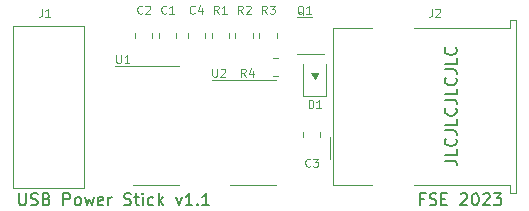
<source format=gbr>
%TF.GenerationSoftware,KiCad,Pcbnew,7.0.2*%
%TF.CreationDate,2023-05-26T00:25:00+02:00*%
%TF.ProjectId,usb-power-stick,7573622d-706f-4776-9572-2d737469636b,rev?*%
%TF.SameCoordinates,Original*%
%TF.FileFunction,Legend,Top*%
%TF.FilePolarity,Positive*%
%FSLAX46Y46*%
G04 Gerber Fmt 4.6, Leading zero omitted, Abs format (unit mm)*
G04 Created by KiCad (PCBNEW 7.0.2) date 2023-05-26 00:25:00*
%MOMM*%
%LPD*%
G01*
G04 APERTURE LIST*
%ADD10C,0.100000*%
%ADD11C,0.150000*%
%ADD12C,0.120000*%
G04 APERTURE END LIST*
D10*
X149491666Y-108980300D02*
X149491666Y-108946966D01*
X149458333Y-109046966D02*
X149458333Y-108946966D01*
X149424999Y-109113633D02*
X149424999Y-108946966D01*
X149391666Y-109180300D02*
X149391666Y-108946966D01*
X149358333Y-109213633D02*
X149358333Y-108946966D01*
X149324999Y-109280300D02*
X149324999Y-108946966D01*
X149291666Y-109346966D02*
X149291666Y-108946966D01*
X149258333Y-109413633D02*
X149258333Y-108946966D01*
X149224999Y-109480300D02*
X149224999Y-108946966D01*
X149191666Y-109413633D02*
X149191666Y-108946966D01*
X149158333Y-109346966D02*
X149158333Y-108946966D01*
X149124999Y-109280300D02*
X149124999Y-108946966D01*
X149091666Y-109213633D02*
X149091666Y-108946966D01*
X149058333Y-109180300D02*
X149058333Y-108946966D01*
X149024999Y-109113633D02*
X149024999Y-108946966D01*
X148991666Y-109046966D02*
X148991666Y-108946966D01*
X148958333Y-108946966D02*
X149224999Y-109446966D01*
X149224999Y-109446966D02*
X149491666Y-108946966D01*
X148958333Y-108980300D02*
X148958333Y-108946966D01*
X149224999Y-109480300D02*
X148924999Y-108946966D01*
X148924999Y-108946966D02*
X149524999Y-108946966D01*
X149524999Y-108946966D02*
X149224999Y-109480300D01*
D11*
X124193190Y-119152619D02*
X124193190Y-119962142D01*
X124193190Y-119962142D02*
X124240809Y-120057380D01*
X124240809Y-120057380D02*
X124288428Y-120105000D01*
X124288428Y-120105000D02*
X124383666Y-120152619D01*
X124383666Y-120152619D02*
X124574142Y-120152619D01*
X124574142Y-120152619D02*
X124669380Y-120105000D01*
X124669380Y-120105000D02*
X124716999Y-120057380D01*
X124716999Y-120057380D02*
X124764618Y-119962142D01*
X124764618Y-119962142D02*
X124764618Y-119152619D01*
X125193190Y-120105000D02*
X125336047Y-120152619D01*
X125336047Y-120152619D02*
X125574142Y-120152619D01*
X125574142Y-120152619D02*
X125669380Y-120105000D01*
X125669380Y-120105000D02*
X125716999Y-120057380D01*
X125716999Y-120057380D02*
X125764618Y-119962142D01*
X125764618Y-119962142D02*
X125764618Y-119866904D01*
X125764618Y-119866904D02*
X125716999Y-119771666D01*
X125716999Y-119771666D02*
X125669380Y-119724047D01*
X125669380Y-119724047D02*
X125574142Y-119676428D01*
X125574142Y-119676428D02*
X125383666Y-119628809D01*
X125383666Y-119628809D02*
X125288428Y-119581190D01*
X125288428Y-119581190D02*
X125240809Y-119533571D01*
X125240809Y-119533571D02*
X125193190Y-119438333D01*
X125193190Y-119438333D02*
X125193190Y-119343095D01*
X125193190Y-119343095D02*
X125240809Y-119247857D01*
X125240809Y-119247857D02*
X125288428Y-119200238D01*
X125288428Y-119200238D02*
X125383666Y-119152619D01*
X125383666Y-119152619D02*
X125621761Y-119152619D01*
X125621761Y-119152619D02*
X125764618Y-119200238D01*
X126526523Y-119628809D02*
X126669380Y-119676428D01*
X126669380Y-119676428D02*
X126716999Y-119724047D01*
X126716999Y-119724047D02*
X126764618Y-119819285D01*
X126764618Y-119819285D02*
X126764618Y-119962142D01*
X126764618Y-119962142D02*
X126716999Y-120057380D01*
X126716999Y-120057380D02*
X126669380Y-120105000D01*
X126669380Y-120105000D02*
X126574142Y-120152619D01*
X126574142Y-120152619D02*
X126193190Y-120152619D01*
X126193190Y-120152619D02*
X126193190Y-119152619D01*
X126193190Y-119152619D02*
X126526523Y-119152619D01*
X126526523Y-119152619D02*
X126621761Y-119200238D01*
X126621761Y-119200238D02*
X126669380Y-119247857D01*
X126669380Y-119247857D02*
X126716999Y-119343095D01*
X126716999Y-119343095D02*
X126716999Y-119438333D01*
X126716999Y-119438333D02*
X126669380Y-119533571D01*
X126669380Y-119533571D02*
X126621761Y-119581190D01*
X126621761Y-119581190D02*
X126526523Y-119628809D01*
X126526523Y-119628809D02*
X126193190Y-119628809D01*
X127955095Y-120152619D02*
X127955095Y-119152619D01*
X127955095Y-119152619D02*
X128336047Y-119152619D01*
X128336047Y-119152619D02*
X128431285Y-119200238D01*
X128431285Y-119200238D02*
X128478904Y-119247857D01*
X128478904Y-119247857D02*
X128526523Y-119343095D01*
X128526523Y-119343095D02*
X128526523Y-119485952D01*
X128526523Y-119485952D02*
X128478904Y-119581190D01*
X128478904Y-119581190D02*
X128431285Y-119628809D01*
X128431285Y-119628809D02*
X128336047Y-119676428D01*
X128336047Y-119676428D02*
X127955095Y-119676428D01*
X129097952Y-120152619D02*
X129002714Y-120105000D01*
X129002714Y-120105000D02*
X128955095Y-120057380D01*
X128955095Y-120057380D02*
X128907476Y-119962142D01*
X128907476Y-119962142D02*
X128907476Y-119676428D01*
X128907476Y-119676428D02*
X128955095Y-119581190D01*
X128955095Y-119581190D02*
X129002714Y-119533571D01*
X129002714Y-119533571D02*
X129097952Y-119485952D01*
X129097952Y-119485952D02*
X129240809Y-119485952D01*
X129240809Y-119485952D02*
X129336047Y-119533571D01*
X129336047Y-119533571D02*
X129383666Y-119581190D01*
X129383666Y-119581190D02*
X129431285Y-119676428D01*
X129431285Y-119676428D02*
X129431285Y-119962142D01*
X129431285Y-119962142D02*
X129383666Y-120057380D01*
X129383666Y-120057380D02*
X129336047Y-120105000D01*
X129336047Y-120105000D02*
X129240809Y-120152619D01*
X129240809Y-120152619D02*
X129097952Y-120152619D01*
X129764619Y-119485952D02*
X129955095Y-120152619D01*
X129955095Y-120152619D02*
X130145571Y-119676428D01*
X130145571Y-119676428D02*
X130336047Y-120152619D01*
X130336047Y-120152619D02*
X130526523Y-119485952D01*
X131288428Y-120105000D02*
X131193190Y-120152619D01*
X131193190Y-120152619D02*
X131002714Y-120152619D01*
X131002714Y-120152619D02*
X130907476Y-120105000D01*
X130907476Y-120105000D02*
X130859857Y-120009761D01*
X130859857Y-120009761D02*
X130859857Y-119628809D01*
X130859857Y-119628809D02*
X130907476Y-119533571D01*
X130907476Y-119533571D02*
X131002714Y-119485952D01*
X131002714Y-119485952D02*
X131193190Y-119485952D01*
X131193190Y-119485952D02*
X131288428Y-119533571D01*
X131288428Y-119533571D02*
X131336047Y-119628809D01*
X131336047Y-119628809D02*
X131336047Y-119724047D01*
X131336047Y-119724047D02*
X130859857Y-119819285D01*
X131764619Y-120152619D02*
X131764619Y-119485952D01*
X131764619Y-119676428D02*
X131812238Y-119581190D01*
X131812238Y-119581190D02*
X131859857Y-119533571D01*
X131859857Y-119533571D02*
X131955095Y-119485952D01*
X131955095Y-119485952D02*
X132050333Y-119485952D01*
X133097953Y-120105000D02*
X133240810Y-120152619D01*
X133240810Y-120152619D02*
X133478905Y-120152619D01*
X133478905Y-120152619D02*
X133574143Y-120105000D01*
X133574143Y-120105000D02*
X133621762Y-120057380D01*
X133621762Y-120057380D02*
X133669381Y-119962142D01*
X133669381Y-119962142D02*
X133669381Y-119866904D01*
X133669381Y-119866904D02*
X133621762Y-119771666D01*
X133621762Y-119771666D02*
X133574143Y-119724047D01*
X133574143Y-119724047D02*
X133478905Y-119676428D01*
X133478905Y-119676428D02*
X133288429Y-119628809D01*
X133288429Y-119628809D02*
X133193191Y-119581190D01*
X133193191Y-119581190D02*
X133145572Y-119533571D01*
X133145572Y-119533571D02*
X133097953Y-119438333D01*
X133097953Y-119438333D02*
X133097953Y-119343095D01*
X133097953Y-119343095D02*
X133145572Y-119247857D01*
X133145572Y-119247857D02*
X133193191Y-119200238D01*
X133193191Y-119200238D02*
X133288429Y-119152619D01*
X133288429Y-119152619D02*
X133526524Y-119152619D01*
X133526524Y-119152619D02*
X133669381Y-119200238D01*
X133955096Y-119485952D02*
X134336048Y-119485952D01*
X134097953Y-119152619D02*
X134097953Y-120009761D01*
X134097953Y-120009761D02*
X134145572Y-120105000D01*
X134145572Y-120105000D02*
X134240810Y-120152619D01*
X134240810Y-120152619D02*
X134336048Y-120152619D01*
X134669382Y-120152619D02*
X134669382Y-119485952D01*
X134669382Y-119152619D02*
X134621763Y-119200238D01*
X134621763Y-119200238D02*
X134669382Y-119247857D01*
X134669382Y-119247857D02*
X134717001Y-119200238D01*
X134717001Y-119200238D02*
X134669382Y-119152619D01*
X134669382Y-119152619D02*
X134669382Y-119247857D01*
X135574143Y-120105000D02*
X135478905Y-120152619D01*
X135478905Y-120152619D02*
X135288429Y-120152619D01*
X135288429Y-120152619D02*
X135193191Y-120105000D01*
X135193191Y-120105000D02*
X135145572Y-120057380D01*
X135145572Y-120057380D02*
X135097953Y-119962142D01*
X135097953Y-119962142D02*
X135097953Y-119676428D01*
X135097953Y-119676428D02*
X135145572Y-119581190D01*
X135145572Y-119581190D02*
X135193191Y-119533571D01*
X135193191Y-119533571D02*
X135288429Y-119485952D01*
X135288429Y-119485952D02*
X135478905Y-119485952D01*
X135478905Y-119485952D02*
X135574143Y-119533571D01*
X136002715Y-120152619D02*
X136002715Y-119152619D01*
X136097953Y-119771666D02*
X136383667Y-120152619D01*
X136383667Y-119485952D02*
X136002715Y-119866904D01*
X137478906Y-119485952D02*
X137717001Y-120152619D01*
X137717001Y-120152619D02*
X137955096Y-119485952D01*
X138859858Y-120152619D02*
X138288430Y-120152619D01*
X138574144Y-120152619D02*
X138574144Y-119152619D01*
X138574144Y-119152619D02*
X138478906Y-119295476D01*
X138478906Y-119295476D02*
X138383668Y-119390714D01*
X138383668Y-119390714D02*
X138288430Y-119438333D01*
X139288430Y-120057380D02*
X139336049Y-120105000D01*
X139336049Y-120105000D02*
X139288430Y-120152619D01*
X139288430Y-120152619D02*
X139240811Y-120105000D01*
X139240811Y-120105000D02*
X139288430Y-120057380D01*
X139288430Y-120057380D02*
X139288430Y-120152619D01*
X140288429Y-120152619D02*
X139717001Y-120152619D01*
X140002715Y-120152619D02*
X140002715Y-119152619D01*
X140002715Y-119152619D02*
X139907477Y-119295476D01*
X139907477Y-119295476D02*
X139812239Y-119390714D01*
X139812239Y-119390714D02*
X139717001Y-119438333D01*
X160244619Y-116379048D02*
X160958904Y-116379048D01*
X160958904Y-116379048D02*
X161101761Y-116426667D01*
X161101761Y-116426667D02*
X161197000Y-116521905D01*
X161197000Y-116521905D02*
X161244619Y-116664762D01*
X161244619Y-116664762D02*
X161244619Y-116760000D01*
X161244619Y-115426667D02*
X161244619Y-115902857D01*
X161244619Y-115902857D02*
X160244619Y-115902857D01*
X161149380Y-114521905D02*
X161197000Y-114569524D01*
X161197000Y-114569524D02*
X161244619Y-114712381D01*
X161244619Y-114712381D02*
X161244619Y-114807619D01*
X161244619Y-114807619D02*
X161197000Y-114950476D01*
X161197000Y-114950476D02*
X161101761Y-115045714D01*
X161101761Y-115045714D02*
X161006523Y-115093333D01*
X161006523Y-115093333D02*
X160816047Y-115140952D01*
X160816047Y-115140952D02*
X160673190Y-115140952D01*
X160673190Y-115140952D02*
X160482714Y-115093333D01*
X160482714Y-115093333D02*
X160387476Y-115045714D01*
X160387476Y-115045714D02*
X160292238Y-114950476D01*
X160292238Y-114950476D02*
X160244619Y-114807619D01*
X160244619Y-114807619D02*
X160244619Y-114712381D01*
X160244619Y-114712381D02*
X160292238Y-114569524D01*
X160292238Y-114569524D02*
X160339857Y-114521905D01*
X160244619Y-113807619D02*
X160958904Y-113807619D01*
X160958904Y-113807619D02*
X161101761Y-113855238D01*
X161101761Y-113855238D02*
X161197000Y-113950476D01*
X161197000Y-113950476D02*
X161244619Y-114093333D01*
X161244619Y-114093333D02*
X161244619Y-114188571D01*
X161244619Y-112855238D02*
X161244619Y-113331428D01*
X161244619Y-113331428D02*
X160244619Y-113331428D01*
X161149380Y-111950476D02*
X161197000Y-111998095D01*
X161197000Y-111998095D02*
X161244619Y-112140952D01*
X161244619Y-112140952D02*
X161244619Y-112236190D01*
X161244619Y-112236190D02*
X161197000Y-112379047D01*
X161197000Y-112379047D02*
X161101761Y-112474285D01*
X161101761Y-112474285D02*
X161006523Y-112521904D01*
X161006523Y-112521904D02*
X160816047Y-112569523D01*
X160816047Y-112569523D02*
X160673190Y-112569523D01*
X160673190Y-112569523D02*
X160482714Y-112521904D01*
X160482714Y-112521904D02*
X160387476Y-112474285D01*
X160387476Y-112474285D02*
X160292238Y-112379047D01*
X160292238Y-112379047D02*
X160244619Y-112236190D01*
X160244619Y-112236190D02*
X160244619Y-112140952D01*
X160244619Y-112140952D02*
X160292238Y-111998095D01*
X160292238Y-111998095D02*
X160339857Y-111950476D01*
X160244619Y-111236190D02*
X160958904Y-111236190D01*
X160958904Y-111236190D02*
X161101761Y-111283809D01*
X161101761Y-111283809D02*
X161197000Y-111379047D01*
X161197000Y-111379047D02*
X161244619Y-111521904D01*
X161244619Y-111521904D02*
X161244619Y-111617142D01*
X161244619Y-110283809D02*
X161244619Y-110759999D01*
X161244619Y-110759999D02*
X160244619Y-110759999D01*
X161149380Y-109379047D02*
X161197000Y-109426666D01*
X161197000Y-109426666D02*
X161244619Y-109569523D01*
X161244619Y-109569523D02*
X161244619Y-109664761D01*
X161244619Y-109664761D02*
X161197000Y-109807618D01*
X161197000Y-109807618D02*
X161101761Y-109902856D01*
X161101761Y-109902856D02*
X161006523Y-109950475D01*
X161006523Y-109950475D02*
X160816047Y-109998094D01*
X160816047Y-109998094D02*
X160673190Y-109998094D01*
X160673190Y-109998094D02*
X160482714Y-109950475D01*
X160482714Y-109950475D02*
X160387476Y-109902856D01*
X160387476Y-109902856D02*
X160292238Y-109807618D01*
X160292238Y-109807618D02*
X160244619Y-109664761D01*
X160244619Y-109664761D02*
X160244619Y-109569523D01*
X160244619Y-109569523D02*
X160292238Y-109426666D01*
X160292238Y-109426666D02*
X160339857Y-109379047D01*
X160244619Y-108664761D02*
X160958904Y-108664761D01*
X160958904Y-108664761D02*
X161101761Y-108712380D01*
X161101761Y-108712380D02*
X161197000Y-108807618D01*
X161197000Y-108807618D02*
X161244619Y-108950475D01*
X161244619Y-108950475D02*
X161244619Y-109045713D01*
X161244619Y-107712380D02*
X161244619Y-108188570D01*
X161244619Y-108188570D02*
X160244619Y-108188570D01*
X161149380Y-106807618D02*
X161197000Y-106855237D01*
X161197000Y-106855237D02*
X161244619Y-106998094D01*
X161244619Y-106998094D02*
X161244619Y-107093332D01*
X161244619Y-107093332D02*
X161197000Y-107236189D01*
X161197000Y-107236189D02*
X161101761Y-107331427D01*
X161101761Y-107331427D02*
X161006523Y-107379046D01*
X161006523Y-107379046D02*
X160816047Y-107426665D01*
X160816047Y-107426665D02*
X160673190Y-107426665D01*
X160673190Y-107426665D02*
X160482714Y-107379046D01*
X160482714Y-107379046D02*
X160387476Y-107331427D01*
X160387476Y-107331427D02*
X160292238Y-107236189D01*
X160292238Y-107236189D02*
X160244619Y-107093332D01*
X160244619Y-107093332D02*
X160244619Y-106998094D01*
X160244619Y-106998094D02*
X160292238Y-106855237D01*
X160292238Y-106855237D02*
X160339857Y-106807618D01*
X158482571Y-119628809D02*
X158149238Y-119628809D01*
X158149238Y-120152619D02*
X158149238Y-119152619D01*
X158149238Y-119152619D02*
X158625428Y-119152619D01*
X158958762Y-120105000D02*
X159101619Y-120152619D01*
X159101619Y-120152619D02*
X159339714Y-120152619D01*
X159339714Y-120152619D02*
X159434952Y-120105000D01*
X159434952Y-120105000D02*
X159482571Y-120057380D01*
X159482571Y-120057380D02*
X159530190Y-119962142D01*
X159530190Y-119962142D02*
X159530190Y-119866904D01*
X159530190Y-119866904D02*
X159482571Y-119771666D01*
X159482571Y-119771666D02*
X159434952Y-119724047D01*
X159434952Y-119724047D02*
X159339714Y-119676428D01*
X159339714Y-119676428D02*
X159149238Y-119628809D01*
X159149238Y-119628809D02*
X159054000Y-119581190D01*
X159054000Y-119581190D02*
X159006381Y-119533571D01*
X159006381Y-119533571D02*
X158958762Y-119438333D01*
X158958762Y-119438333D02*
X158958762Y-119343095D01*
X158958762Y-119343095D02*
X159006381Y-119247857D01*
X159006381Y-119247857D02*
X159054000Y-119200238D01*
X159054000Y-119200238D02*
X159149238Y-119152619D01*
X159149238Y-119152619D02*
X159387333Y-119152619D01*
X159387333Y-119152619D02*
X159530190Y-119200238D01*
X159958762Y-119628809D02*
X160292095Y-119628809D01*
X160434952Y-120152619D02*
X159958762Y-120152619D01*
X159958762Y-120152619D02*
X159958762Y-119152619D01*
X159958762Y-119152619D02*
X160434952Y-119152619D01*
X161577810Y-119247857D02*
X161625429Y-119200238D01*
X161625429Y-119200238D02*
X161720667Y-119152619D01*
X161720667Y-119152619D02*
X161958762Y-119152619D01*
X161958762Y-119152619D02*
X162054000Y-119200238D01*
X162054000Y-119200238D02*
X162101619Y-119247857D01*
X162101619Y-119247857D02*
X162149238Y-119343095D01*
X162149238Y-119343095D02*
X162149238Y-119438333D01*
X162149238Y-119438333D02*
X162101619Y-119581190D01*
X162101619Y-119581190D02*
X161530191Y-120152619D01*
X161530191Y-120152619D02*
X162149238Y-120152619D01*
X162768286Y-119152619D02*
X162863524Y-119152619D01*
X162863524Y-119152619D02*
X162958762Y-119200238D01*
X162958762Y-119200238D02*
X163006381Y-119247857D01*
X163006381Y-119247857D02*
X163054000Y-119343095D01*
X163054000Y-119343095D02*
X163101619Y-119533571D01*
X163101619Y-119533571D02*
X163101619Y-119771666D01*
X163101619Y-119771666D02*
X163054000Y-119962142D01*
X163054000Y-119962142D02*
X163006381Y-120057380D01*
X163006381Y-120057380D02*
X162958762Y-120105000D01*
X162958762Y-120105000D02*
X162863524Y-120152619D01*
X162863524Y-120152619D02*
X162768286Y-120152619D01*
X162768286Y-120152619D02*
X162673048Y-120105000D01*
X162673048Y-120105000D02*
X162625429Y-120057380D01*
X162625429Y-120057380D02*
X162577810Y-119962142D01*
X162577810Y-119962142D02*
X162530191Y-119771666D01*
X162530191Y-119771666D02*
X162530191Y-119533571D01*
X162530191Y-119533571D02*
X162577810Y-119343095D01*
X162577810Y-119343095D02*
X162625429Y-119247857D01*
X162625429Y-119247857D02*
X162673048Y-119200238D01*
X162673048Y-119200238D02*
X162768286Y-119152619D01*
X163482572Y-119247857D02*
X163530191Y-119200238D01*
X163530191Y-119200238D02*
X163625429Y-119152619D01*
X163625429Y-119152619D02*
X163863524Y-119152619D01*
X163863524Y-119152619D02*
X163958762Y-119200238D01*
X163958762Y-119200238D02*
X164006381Y-119247857D01*
X164006381Y-119247857D02*
X164054000Y-119343095D01*
X164054000Y-119343095D02*
X164054000Y-119438333D01*
X164054000Y-119438333D02*
X164006381Y-119581190D01*
X164006381Y-119581190D02*
X163434953Y-120152619D01*
X163434953Y-120152619D02*
X164054000Y-120152619D01*
X164387334Y-119152619D02*
X165006381Y-119152619D01*
X165006381Y-119152619D02*
X164673048Y-119533571D01*
X164673048Y-119533571D02*
X164815905Y-119533571D01*
X164815905Y-119533571D02*
X164911143Y-119581190D01*
X164911143Y-119581190D02*
X164958762Y-119628809D01*
X164958762Y-119628809D02*
X165006381Y-119724047D01*
X165006381Y-119724047D02*
X165006381Y-119962142D01*
X165006381Y-119962142D02*
X164958762Y-120057380D01*
X164958762Y-120057380D02*
X164911143Y-120105000D01*
X164911143Y-120105000D02*
X164815905Y-120152619D01*
X164815905Y-120152619D02*
X164530191Y-120152619D01*
X164530191Y-120152619D02*
X164434953Y-120105000D01*
X164434953Y-120105000D02*
X164387334Y-120057380D01*
D10*
%TO.C,J2*%
X159151666Y-103509833D02*
X159151666Y-104009833D01*
X159151666Y-104009833D02*
X159118333Y-104109833D01*
X159118333Y-104109833D02*
X159051666Y-104176500D01*
X159051666Y-104176500D02*
X158951666Y-104209833D01*
X158951666Y-104209833D02*
X158885000Y-104209833D01*
X159451666Y-103576500D02*
X159484999Y-103543166D01*
X159484999Y-103543166D02*
X159551666Y-103509833D01*
X159551666Y-103509833D02*
X159718333Y-103509833D01*
X159718333Y-103509833D02*
X159784999Y-103543166D01*
X159784999Y-103543166D02*
X159818333Y-103576500D01*
X159818333Y-103576500D02*
X159851666Y-103643166D01*
X159851666Y-103643166D02*
X159851666Y-103709833D01*
X159851666Y-103709833D02*
X159818333Y-103809833D01*
X159818333Y-103809833D02*
X159418333Y-104209833D01*
X159418333Y-104209833D02*
X159851666Y-104209833D01*
%TO.C,C2*%
X134630333Y-103889166D02*
X134597000Y-103922500D01*
X134597000Y-103922500D02*
X134497000Y-103955833D01*
X134497000Y-103955833D02*
X134430333Y-103955833D01*
X134430333Y-103955833D02*
X134330333Y-103922500D01*
X134330333Y-103922500D02*
X134263667Y-103855833D01*
X134263667Y-103855833D02*
X134230333Y-103789166D01*
X134230333Y-103789166D02*
X134197000Y-103655833D01*
X134197000Y-103655833D02*
X134197000Y-103555833D01*
X134197000Y-103555833D02*
X134230333Y-103422500D01*
X134230333Y-103422500D02*
X134263667Y-103355833D01*
X134263667Y-103355833D02*
X134330333Y-103289166D01*
X134330333Y-103289166D02*
X134430333Y-103255833D01*
X134430333Y-103255833D02*
X134497000Y-103255833D01*
X134497000Y-103255833D02*
X134597000Y-103289166D01*
X134597000Y-103289166D02*
X134630333Y-103322500D01*
X134897000Y-103322500D02*
X134930333Y-103289166D01*
X134930333Y-103289166D02*
X134997000Y-103255833D01*
X134997000Y-103255833D02*
X135163667Y-103255833D01*
X135163667Y-103255833D02*
X135230333Y-103289166D01*
X135230333Y-103289166D02*
X135263667Y-103322500D01*
X135263667Y-103322500D02*
X135297000Y-103389166D01*
X135297000Y-103389166D02*
X135297000Y-103455833D01*
X135297000Y-103455833D02*
X135263667Y-103555833D01*
X135263667Y-103555833D02*
X134863667Y-103955833D01*
X134863667Y-103955833D02*
X135297000Y-103955833D01*
%TO.C,C3*%
X148854333Y-116843166D02*
X148821000Y-116876500D01*
X148821000Y-116876500D02*
X148721000Y-116909833D01*
X148721000Y-116909833D02*
X148654333Y-116909833D01*
X148654333Y-116909833D02*
X148554333Y-116876500D01*
X148554333Y-116876500D02*
X148487667Y-116809833D01*
X148487667Y-116809833D02*
X148454333Y-116743166D01*
X148454333Y-116743166D02*
X148421000Y-116609833D01*
X148421000Y-116609833D02*
X148421000Y-116509833D01*
X148421000Y-116509833D02*
X148454333Y-116376500D01*
X148454333Y-116376500D02*
X148487667Y-116309833D01*
X148487667Y-116309833D02*
X148554333Y-116243166D01*
X148554333Y-116243166D02*
X148654333Y-116209833D01*
X148654333Y-116209833D02*
X148721000Y-116209833D01*
X148721000Y-116209833D02*
X148821000Y-116243166D01*
X148821000Y-116243166D02*
X148854333Y-116276500D01*
X149087667Y-116209833D02*
X149521000Y-116209833D01*
X149521000Y-116209833D02*
X149287667Y-116476500D01*
X149287667Y-116476500D02*
X149387667Y-116476500D01*
X149387667Y-116476500D02*
X149454333Y-116509833D01*
X149454333Y-116509833D02*
X149487667Y-116543166D01*
X149487667Y-116543166D02*
X149521000Y-116609833D01*
X149521000Y-116609833D02*
X149521000Y-116776500D01*
X149521000Y-116776500D02*
X149487667Y-116843166D01*
X149487667Y-116843166D02*
X149454333Y-116876500D01*
X149454333Y-116876500D02*
X149387667Y-116909833D01*
X149387667Y-116909833D02*
X149187667Y-116909833D01*
X149187667Y-116909833D02*
X149121000Y-116876500D01*
X149121000Y-116876500D02*
X149087667Y-116843166D01*
%TO.C,R3*%
X145171333Y-103955833D02*
X144938000Y-103622500D01*
X144771333Y-103955833D02*
X144771333Y-103255833D01*
X144771333Y-103255833D02*
X145038000Y-103255833D01*
X145038000Y-103255833D02*
X145104667Y-103289166D01*
X145104667Y-103289166D02*
X145138000Y-103322500D01*
X145138000Y-103322500D02*
X145171333Y-103389166D01*
X145171333Y-103389166D02*
X145171333Y-103489166D01*
X145171333Y-103489166D02*
X145138000Y-103555833D01*
X145138000Y-103555833D02*
X145104667Y-103589166D01*
X145104667Y-103589166D02*
X145038000Y-103622500D01*
X145038000Y-103622500D02*
X144771333Y-103622500D01*
X145404667Y-103255833D02*
X145838000Y-103255833D01*
X145838000Y-103255833D02*
X145604667Y-103522500D01*
X145604667Y-103522500D02*
X145704667Y-103522500D01*
X145704667Y-103522500D02*
X145771333Y-103555833D01*
X145771333Y-103555833D02*
X145804667Y-103589166D01*
X145804667Y-103589166D02*
X145838000Y-103655833D01*
X145838000Y-103655833D02*
X145838000Y-103822500D01*
X145838000Y-103822500D02*
X145804667Y-103889166D01*
X145804667Y-103889166D02*
X145771333Y-103922500D01*
X145771333Y-103922500D02*
X145704667Y-103955833D01*
X145704667Y-103955833D02*
X145504667Y-103955833D01*
X145504667Y-103955833D02*
X145438000Y-103922500D01*
X145438000Y-103922500D02*
X145404667Y-103889166D01*
%TO.C,C4*%
X139075333Y-103889166D02*
X139042000Y-103922500D01*
X139042000Y-103922500D02*
X138942000Y-103955833D01*
X138942000Y-103955833D02*
X138875333Y-103955833D01*
X138875333Y-103955833D02*
X138775333Y-103922500D01*
X138775333Y-103922500D02*
X138708667Y-103855833D01*
X138708667Y-103855833D02*
X138675333Y-103789166D01*
X138675333Y-103789166D02*
X138642000Y-103655833D01*
X138642000Y-103655833D02*
X138642000Y-103555833D01*
X138642000Y-103555833D02*
X138675333Y-103422500D01*
X138675333Y-103422500D02*
X138708667Y-103355833D01*
X138708667Y-103355833D02*
X138775333Y-103289166D01*
X138775333Y-103289166D02*
X138875333Y-103255833D01*
X138875333Y-103255833D02*
X138942000Y-103255833D01*
X138942000Y-103255833D02*
X139042000Y-103289166D01*
X139042000Y-103289166D02*
X139075333Y-103322500D01*
X139675333Y-103489166D02*
X139675333Y-103955833D01*
X139508667Y-103222500D02*
X139342000Y-103722500D01*
X139342000Y-103722500D02*
X139775333Y-103722500D01*
%TO.C,D1*%
X148708333Y-111956833D02*
X148708333Y-111256833D01*
X148708333Y-111256833D02*
X148875000Y-111256833D01*
X148875000Y-111256833D02*
X148975000Y-111290166D01*
X148975000Y-111290166D02*
X149041667Y-111356833D01*
X149041667Y-111356833D02*
X149075000Y-111423500D01*
X149075000Y-111423500D02*
X149108333Y-111556833D01*
X149108333Y-111556833D02*
X149108333Y-111656833D01*
X149108333Y-111656833D02*
X149075000Y-111790166D01*
X149075000Y-111790166D02*
X149041667Y-111856833D01*
X149041667Y-111856833D02*
X148975000Y-111923500D01*
X148975000Y-111923500D02*
X148875000Y-111956833D01*
X148875000Y-111956833D02*
X148708333Y-111956833D01*
X149775000Y-111956833D02*
X149375000Y-111956833D01*
X149575000Y-111956833D02*
X149575000Y-111256833D01*
X149575000Y-111256833D02*
X149508333Y-111356833D01*
X149508333Y-111356833D02*
X149441667Y-111423500D01*
X149441667Y-111423500D02*
X149375000Y-111456833D01*
%TO.C,J1*%
X126131666Y-103509833D02*
X126131666Y-104009833D01*
X126131666Y-104009833D02*
X126098333Y-104109833D01*
X126098333Y-104109833D02*
X126031666Y-104176500D01*
X126031666Y-104176500D02*
X125931666Y-104209833D01*
X125931666Y-104209833D02*
X125865000Y-104209833D01*
X126831666Y-104209833D02*
X126431666Y-104209833D01*
X126631666Y-104209833D02*
X126631666Y-103509833D01*
X126631666Y-103509833D02*
X126564999Y-103609833D01*
X126564999Y-103609833D02*
X126498333Y-103676500D01*
X126498333Y-103676500D02*
X126431666Y-103709833D01*
%TO.C,R2*%
X143139333Y-103955833D02*
X142906000Y-103622500D01*
X142739333Y-103955833D02*
X142739333Y-103255833D01*
X142739333Y-103255833D02*
X143006000Y-103255833D01*
X143006000Y-103255833D02*
X143072667Y-103289166D01*
X143072667Y-103289166D02*
X143106000Y-103322500D01*
X143106000Y-103322500D02*
X143139333Y-103389166D01*
X143139333Y-103389166D02*
X143139333Y-103489166D01*
X143139333Y-103489166D02*
X143106000Y-103555833D01*
X143106000Y-103555833D02*
X143072667Y-103589166D01*
X143072667Y-103589166D02*
X143006000Y-103622500D01*
X143006000Y-103622500D02*
X142739333Y-103622500D01*
X143406000Y-103322500D02*
X143439333Y-103289166D01*
X143439333Y-103289166D02*
X143506000Y-103255833D01*
X143506000Y-103255833D02*
X143672667Y-103255833D01*
X143672667Y-103255833D02*
X143739333Y-103289166D01*
X143739333Y-103289166D02*
X143772667Y-103322500D01*
X143772667Y-103322500D02*
X143806000Y-103389166D01*
X143806000Y-103389166D02*
X143806000Y-103455833D01*
X143806000Y-103455833D02*
X143772667Y-103555833D01*
X143772667Y-103555833D02*
X143372667Y-103955833D01*
X143372667Y-103955833D02*
X143806000Y-103955833D01*
%TO.C,C1*%
X136662333Y-103889166D02*
X136629000Y-103922500D01*
X136629000Y-103922500D02*
X136529000Y-103955833D01*
X136529000Y-103955833D02*
X136462333Y-103955833D01*
X136462333Y-103955833D02*
X136362333Y-103922500D01*
X136362333Y-103922500D02*
X136295667Y-103855833D01*
X136295667Y-103855833D02*
X136262333Y-103789166D01*
X136262333Y-103789166D02*
X136229000Y-103655833D01*
X136229000Y-103655833D02*
X136229000Y-103555833D01*
X136229000Y-103555833D02*
X136262333Y-103422500D01*
X136262333Y-103422500D02*
X136295667Y-103355833D01*
X136295667Y-103355833D02*
X136362333Y-103289166D01*
X136362333Y-103289166D02*
X136462333Y-103255833D01*
X136462333Y-103255833D02*
X136529000Y-103255833D01*
X136529000Y-103255833D02*
X136629000Y-103289166D01*
X136629000Y-103289166D02*
X136662333Y-103322500D01*
X137329000Y-103955833D02*
X136929000Y-103955833D01*
X137129000Y-103955833D02*
X137129000Y-103255833D01*
X137129000Y-103255833D02*
X137062333Y-103355833D01*
X137062333Y-103355833D02*
X136995667Y-103422500D01*
X136995667Y-103422500D02*
X136929000Y-103455833D01*
%TO.C,R4*%
X143393333Y-109289833D02*
X143160000Y-108956500D01*
X142993333Y-109289833D02*
X142993333Y-108589833D01*
X142993333Y-108589833D02*
X143260000Y-108589833D01*
X143260000Y-108589833D02*
X143326667Y-108623166D01*
X143326667Y-108623166D02*
X143360000Y-108656500D01*
X143360000Y-108656500D02*
X143393333Y-108723166D01*
X143393333Y-108723166D02*
X143393333Y-108823166D01*
X143393333Y-108823166D02*
X143360000Y-108889833D01*
X143360000Y-108889833D02*
X143326667Y-108923166D01*
X143326667Y-108923166D02*
X143260000Y-108956500D01*
X143260000Y-108956500D02*
X142993333Y-108956500D01*
X143993333Y-108823166D02*
X143993333Y-109289833D01*
X143826667Y-108556500D02*
X143660000Y-109056500D01*
X143660000Y-109056500D02*
X144093333Y-109056500D01*
%TO.C,R1*%
X141107333Y-103955833D02*
X140874000Y-103622500D01*
X140707333Y-103955833D02*
X140707333Y-103255833D01*
X140707333Y-103255833D02*
X140974000Y-103255833D01*
X140974000Y-103255833D02*
X141040667Y-103289166D01*
X141040667Y-103289166D02*
X141074000Y-103322500D01*
X141074000Y-103322500D02*
X141107333Y-103389166D01*
X141107333Y-103389166D02*
X141107333Y-103489166D01*
X141107333Y-103489166D02*
X141074000Y-103555833D01*
X141074000Y-103555833D02*
X141040667Y-103589166D01*
X141040667Y-103589166D02*
X140974000Y-103622500D01*
X140974000Y-103622500D02*
X140707333Y-103622500D01*
X141774000Y-103955833D02*
X141374000Y-103955833D01*
X141574000Y-103955833D02*
X141574000Y-103255833D01*
X141574000Y-103255833D02*
X141507333Y-103355833D01*
X141507333Y-103355833D02*
X141440667Y-103422500D01*
X141440667Y-103422500D02*
X141374000Y-103455833D01*
%TO.C,U2*%
X140563666Y-108589833D02*
X140563666Y-109156500D01*
X140563666Y-109156500D02*
X140597000Y-109223166D01*
X140597000Y-109223166D02*
X140630333Y-109256500D01*
X140630333Y-109256500D02*
X140697000Y-109289833D01*
X140697000Y-109289833D02*
X140830333Y-109289833D01*
X140830333Y-109289833D02*
X140897000Y-109256500D01*
X140897000Y-109256500D02*
X140930333Y-109223166D01*
X140930333Y-109223166D02*
X140963666Y-109156500D01*
X140963666Y-109156500D02*
X140963666Y-108589833D01*
X141263666Y-108656500D02*
X141296999Y-108623166D01*
X141296999Y-108623166D02*
X141363666Y-108589833D01*
X141363666Y-108589833D02*
X141530333Y-108589833D01*
X141530333Y-108589833D02*
X141596999Y-108623166D01*
X141596999Y-108623166D02*
X141630333Y-108656500D01*
X141630333Y-108656500D02*
X141663666Y-108723166D01*
X141663666Y-108723166D02*
X141663666Y-108789833D01*
X141663666Y-108789833D02*
X141630333Y-108889833D01*
X141630333Y-108889833D02*
X141230333Y-109289833D01*
X141230333Y-109289833D02*
X141663666Y-109289833D01*
%TO.C,U1*%
X132435666Y-107446833D02*
X132435666Y-108013500D01*
X132435666Y-108013500D02*
X132469000Y-108080166D01*
X132469000Y-108080166D02*
X132502333Y-108113500D01*
X132502333Y-108113500D02*
X132569000Y-108146833D01*
X132569000Y-108146833D02*
X132702333Y-108146833D01*
X132702333Y-108146833D02*
X132769000Y-108113500D01*
X132769000Y-108113500D02*
X132802333Y-108080166D01*
X132802333Y-108080166D02*
X132835666Y-108013500D01*
X132835666Y-108013500D02*
X132835666Y-107446833D01*
X133535666Y-108146833D02*
X133135666Y-108146833D01*
X133335666Y-108146833D02*
X133335666Y-107446833D01*
X133335666Y-107446833D02*
X133268999Y-107546833D01*
X133268999Y-107546833D02*
X133202333Y-107613500D01*
X133202333Y-107613500D02*
X133135666Y-107646833D01*
%TO.C,Q1*%
X148269333Y-104022500D02*
X148202666Y-103989166D01*
X148202666Y-103989166D02*
X148136000Y-103922500D01*
X148136000Y-103922500D02*
X148036000Y-103822500D01*
X148036000Y-103822500D02*
X147969333Y-103789166D01*
X147969333Y-103789166D02*
X147902666Y-103789166D01*
X147936000Y-103955833D02*
X147869333Y-103922500D01*
X147869333Y-103922500D02*
X147802666Y-103855833D01*
X147802666Y-103855833D02*
X147769333Y-103722500D01*
X147769333Y-103722500D02*
X147769333Y-103489166D01*
X147769333Y-103489166D02*
X147802666Y-103355833D01*
X147802666Y-103355833D02*
X147869333Y-103289166D01*
X147869333Y-103289166D02*
X147936000Y-103255833D01*
X147936000Y-103255833D02*
X148069333Y-103255833D01*
X148069333Y-103255833D02*
X148136000Y-103289166D01*
X148136000Y-103289166D02*
X148202666Y-103355833D01*
X148202666Y-103355833D02*
X148236000Y-103489166D01*
X148236000Y-103489166D02*
X148236000Y-103722500D01*
X148236000Y-103722500D02*
X148202666Y-103855833D01*
X148202666Y-103855833D02*
X148136000Y-103922500D01*
X148136000Y-103922500D02*
X148069333Y-103955833D01*
X148069333Y-103955833D02*
X147936000Y-103955833D01*
X148902666Y-103955833D02*
X148502666Y-103955833D01*
X148702666Y-103955833D02*
X148702666Y-103255833D01*
X148702666Y-103255833D02*
X148635999Y-103355833D01*
X148635999Y-103355833D02*
X148569333Y-103422500D01*
X148569333Y-103422500D02*
X148502666Y-103455833D01*
D12*
%TO.C,J2*%
X165726000Y-119126000D02*
X166246000Y-119126000D01*
X166246000Y-119126000D02*
X166246000Y-104506000D01*
X150766000Y-118476000D02*
X154096000Y-118476000D01*
X150766000Y-118476000D02*
X150766000Y-105156000D01*
X165726000Y-118476000D02*
X165726000Y-119126000D01*
X165726000Y-118476000D02*
X157616000Y-118476000D01*
X150546000Y-116216000D02*
X150546000Y-114416000D01*
X150766000Y-105156000D02*
X154096000Y-105156000D01*
X157616000Y-105156000D02*
X165726000Y-105156000D01*
X165726000Y-104506000D02*
X165726000Y-105156000D01*
X166246000Y-104506000D02*
X165726000Y-104506000D01*
%TO.C,C2*%
X134012000Y-106018064D02*
X134012000Y-105563936D01*
X135482000Y-106018064D02*
X135482000Y-105563936D01*
%TO.C,C3*%
X149706000Y-113945936D02*
X149706000Y-114400064D01*
X148236000Y-113945936D02*
X148236000Y-114400064D01*
%TO.C,R3*%
X144547500Y-106018064D02*
X144547500Y-105563936D01*
X146017500Y-106018064D02*
X146017500Y-105563936D01*
%TO.C,C4*%
X139927000Y-105563936D02*
X139927000Y-106018064D01*
X138457000Y-105563936D02*
X138457000Y-106018064D01*
%TO.C,D1*%
X148265000Y-110905000D02*
X150185000Y-110905000D01*
X150185000Y-110905000D02*
X150185000Y-108220000D01*
X148265000Y-108220000D02*
X148265000Y-110905000D01*
%TO.C,J1*%
X123708000Y-104958000D02*
X129677000Y-104958000D01*
X129677000Y-104958000D02*
X129677000Y-118674000D01*
X129677000Y-118674000D02*
X123708000Y-118674000D01*
X123708000Y-118674000D02*
X123708000Y-104958000D01*
%TO.C,R2*%
X142515500Y-106018064D02*
X142515500Y-105563936D01*
X143985500Y-106018064D02*
X143985500Y-105563936D01*
%TO.C,C1*%
X136044000Y-106018064D02*
X136044000Y-105563936D01*
X137514000Y-106018064D02*
X137514000Y-105563936D01*
%TO.C,R4*%
X145695936Y-107723000D02*
X146150064Y-107723000D01*
X145695936Y-109193000D02*
X146150064Y-109193000D01*
%TO.C,R1*%
X140489000Y-106018064D02*
X140489000Y-105563936D01*
X141959000Y-106018064D02*
X141959000Y-105563936D01*
%TO.C,U2*%
X143992000Y-109555000D02*
X140542000Y-109555000D01*
X143992000Y-109555000D02*
X145942000Y-109555000D01*
X143992000Y-118425000D02*
X142042000Y-118425000D01*
X143992000Y-118425000D02*
X145942000Y-118425000D01*
%TO.C,U1*%
X135763000Y-108351000D02*
X132313000Y-108351000D01*
X135763000Y-108351000D02*
X137713000Y-108351000D01*
X135763000Y-118471000D02*
X133813000Y-118471000D01*
X135763000Y-118471000D02*
X137713000Y-118471000D01*
%TO.C,Q1*%
X148336000Y-107351000D02*
X150011000Y-107351000D01*
X148336000Y-107351000D02*
X147686000Y-107351000D01*
X148336000Y-104231000D02*
X148986000Y-104231000D01*
X148336000Y-104231000D02*
X147686000Y-104231000D01*
%TD*%
M02*

</source>
